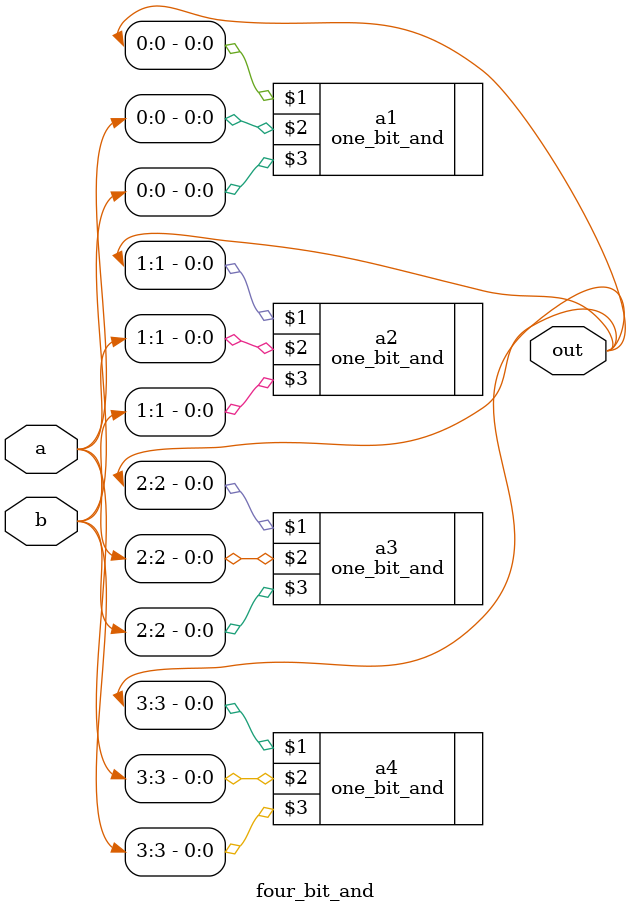
<source format=v>
`include "aluComponents/one_bit_and.v"
module four_bit_and(out,a,b);
    input[3:0] a, b;
    output[3:0] out;

    one_bit_and a1(out[0],a[0],b[0]);
    one_bit_and a2(out[1],a[1],b[1]);
    one_bit_and a3(out[2],a[2],b[2]);
    one_bit_and a4(out[3],a[3],b[3]);
endmodule



</source>
